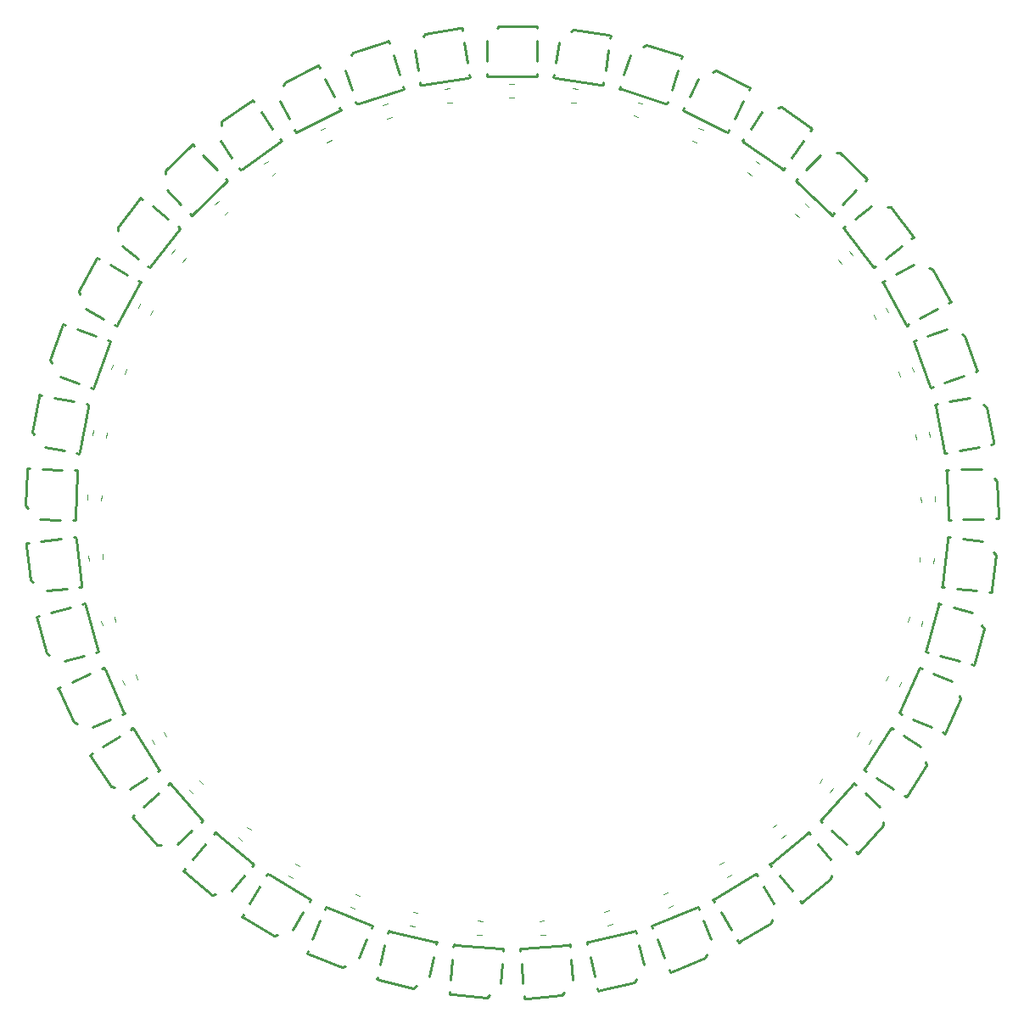
<source format=gto>
G04*
G04 #@! TF.GenerationSoftware,Altium Limited,Altium Designer,20.1.12 (249)*
G04*
G04 Layer_Color=65535*
%FSLAX25Y25*%
%MOIN*%
G70*
G04*
G04 #@! TF.SameCoordinates,7C2EAEED-1B34-4CDB-9279-0DCC4619808E*
G04*
G04*
G04 #@! TF.FilePolarity,Positive*
G04*
G01*
G75*
%ADD10C,0.01000*%
%ADD11C,0.00394*%
D10*
X-163465Y-55172D02*
X-162516Y-54912D01*
X-162777Y-53962D02*
X-162516Y-54912D01*
X-167476Y-36880D02*
X-162777Y-53962D01*
X-167737Y-35931D02*
X-167476Y-36880D01*
X-168686Y-36193D02*
X-167737Y-35931D01*
X-181023Y-39586D02*
X-173431Y-37498D01*
X-186717Y-41152D02*
X-185768Y-40891D01*
X-186717Y-41152D02*
X-186456Y-42101D01*
X-182802Y-55387D01*
X-175802Y-58566D02*
X-168210Y-56478D01*
X-182802Y-55387D02*
X-181591Y-56075D01*
X-9843Y171260D02*
Y172244D01*
Y171260D02*
X-8858D01*
X8858D01*
X9843D01*
Y172244D01*
Y177165D02*
Y185039D01*
Y189961D02*
Y190945D01*
X8858D02*
X9843D01*
X-4921D02*
X8858D01*
X-9843Y177165D02*
Y185039D01*
X-5906Y189961D02*
X-4921Y190945D01*
X-156042Y73593D02*
X-155177Y73123D01*
X-154707Y73987D01*
X-146248Y89554D01*
X-145778Y90419D01*
X-146643Y90889D02*
X-145778Y90419D01*
X-157886Y96998D02*
X-150967Y93239D01*
X-163074Y99818D02*
X-162209Y99348D01*
X-163544Y98953D02*
X-163074Y99818D01*
X-170124Y86845D02*
X-163544Y98953D01*
X-167284Y79702D02*
X-160366Y75942D01*
X-170124Y86845D02*
X-169729Y85511D01*
X-165446Y48912D02*
X-164520Y48579D01*
X-164188Y49506D01*
X-158204Y66181D01*
X-157871Y67108D01*
X-158798Y67440D02*
X-157871Y67108D01*
X-170841Y71762D02*
X-163430Y69102D01*
X-176400Y73756D02*
X-175473Y73424D01*
X-176732Y72830D02*
X-176400Y73756D01*
X-181386Y59860D02*
X-176732Y72830D01*
X-177490Y53233D02*
X-170079Y50574D01*
X-181386Y59860D02*
X-180792Y58601D01*
X-170974Y23085D02*
X-170007Y22898D01*
X-169820Y23864D01*
X-166452Y41257D01*
X-166265Y42224D01*
X-167231Y42411D02*
X-166265Y42224D01*
X-179793Y44843D02*
X-172063Y43346D01*
X-185591Y45966D02*
X-184625Y45779D01*
X-185778Y45000D02*
X-185591Y45966D01*
X-188398Y31472D02*
X-185778Y45000D01*
X-183536Y25517D02*
X-175805Y24020D01*
X-188398Y31472D02*
X-187619Y30318D01*
X-172494Y-3283D02*
X-171510Y-3321D01*
X-171473Y-2337D01*
X-170799Y15366D01*
X-170762Y16350D01*
X-171745Y16387D02*
X-170762Y16350D01*
X-184531Y16874D02*
X-176663Y16575D01*
X-190432Y17099D02*
X-189449Y17061D01*
X-190470Y16115D02*
X-190432Y17099D01*
X-190994Y2346D02*
X-190470Y16115D01*
X-185280Y-2797D02*
X-177411Y-3096D01*
X-190994Y2346D02*
X-190048Y1325D01*
X-169971Y-29574D02*
X-168994Y-29461D01*
X-169107Y-28484D02*
X-168994Y-29461D01*
X-171143Y-10885D02*
X-169107Y-28484D01*
X-171256Y-9907D02*
X-171143Y-10885D01*
X-172234Y-10020D02*
X-171256Y-9907D01*
X-184944Y-11491D02*
X-177122Y-10586D01*
X-190811Y-12169D02*
X-189833Y-12056D01*
X-190811Y-12169D02*
X-190698Y-13147D01*
X-189114Y-26835D01*
X-182682Y-31045D02*
X-174860Y-30140D01*
X-189114Y-26835D02*
X-188023Y-27700D01*
X-61407Y161227D02*
X-61110Y160289D01*
X-60171Y160586D01*
X-43282Y165937D01*
X-42344Y166234D01*
X-42641Y167172D02*
X-42344Y166234D01*
X-46506Y179370D02*
X-44128Y171864D01*
X-48290Y185000D02*
X-47992Y184062D01*
X-49228Y184703D02*
X-48290Y185000D01*
X-62364Y180541D02*
X-49228Y184703D01*
X-65272Y173424D02*
X-62893Y165918D01*
X-63005Y179305D02*
X-62364Y180541D01*
X-85297Y149964D02*
X-84860Y149082D01*
X-83978Y149519D01*
X-68104Y157386D01*
X-67222Y157823D01*
X-67659Y158705D02*
X-67222Y157823D01*
X-73340Y170169D02*
X-69844Y163114D01*
X-75962Y175461D02*
X-75525Y174579D01*
X-76844Y175024D02*
X-75962Y175461D01*
X-89191Y168906D02*
X-76844Y175024D01*
X-90978Y161429D02*
X-87482Y154374D01*
X-89636Y167587D02*
X-89191Y168906D01*
X-107188Y135187D02*
X-106622Y134382D01*
X-105817Y134949D01*
X-91329Y145146D01*
X-90524Y145712D01*
X-91091Y146517D02*
X-90524Y145712D01*
X-98456Y156981D02*
X-93923Y150542D01*
X-101855Y161810D02*
X-101288Y161005D01*
X-102659Y161243D02*
X-101855Y161810D01*
X-113928Y153312D02*
X-102659Y161243D01*
X-114553Y145650D02*
X-110021Y139211D01*
X-114166Y151941D02*
X-113928Y153312D01*
X-126567Y117242D02*
X-125885Y116533D01*
X-125176Y117216D01*
X-112414Y129505D01*
X-111705Y130187D01*
X-112388Y130896D02*
X-111705Y130187D01*
X-121264Y140113D02*
X-115802Y134441D01*
X-125360Y144367D02*
X-124677Y143658D01*
X-126069Y143684D02*
X-125360Y144367D01*
X-135994Y134126D02*
X-126069Y143684D01*
X-135443Y126458D02*
X-129981Y120786D01*
X-136021Y132734D02*
X-135994Y134126D01*
X-142980Y96548D02*
X-142197Y95952D01*
X-141601Y96735D01*
X-130865Y110828D01*
X-130268Y111611D01*
X-131051Y112207D02*
X-130268Y111611D01*
X-141229Y119961D02*
X-134966Y115190D01*
X-145927Y123540D02*
X-145144Y122943D01*
X-146524Y122757D02*
X-145927Y123540D01*
X-154874Y111796D02*
X-146524Y122757D01*
X-153158Y104302D02*
X-146895Y99531D01*
X-154874Y111796D02*
X-154687Y110416D01*
X-36078Y168711D02*
X-35927Y167738D01*
X-34954Y167889D01*
X-17446Y170599D01*
X-16474Y170750D01*
X-16624Y171722D02*
X-16474Y170750D01*
X-18582Y184367D02*
X-17377Y176586D01*
X-19485Y190203D02*
X-19335Y189230D01*
X-20458Y190052D02*
X-19485Y190203D01*
X-34075Y187944D02*
X-20458Y190052D01*
X-38035Y181355D02*
X-36830Y173574D01*
X-34897Y186821D02*
X-34075Y187944D01*
X166250Y42282D02*
X167216Y42469D01*
X166250Y42282D02*
X166437Y41315D01*
X169812Y23923D01*
X169999Y22957D01*
X170966Y23144D01*
X175797Y24082D02*
X183527Y25581D01*
X188358Y26519D02*
X189324Y26706D01*
X189137Y27672D02*
X189324Y26706D01*
X186512Y41200D02*
X189137Y27672D01*
X172047Y43406D02*
X179777Y44906D01*
X185358Y41978D02*
X186512Y41200D01*
X170756Y16409D02*
X171739Y16447D01*
X170756Y16409D02*
X170794Y15426D01*
X171474Y-2277D01*
X171511Y-3261D01*
X172495Y-3223D01*
X177413Y-3034D02*
X185281Y-2732D01*
X190198Y-2543D02*
X191182Y-2505D01*
X191144Y-1522D02*
X191182Y-2505D01*
X190615Y12248D02*
X191144Y-1522D01*
X176657Y16636D02*
X184525Y16939D01*
X189594Y13193D02*
X190615Y12248D01*
X90474Y145744D02*
X91040Y146549D01*
X90474Y145744D02*
X91279Y145178D01*
X105770Y134986D01*
X106575Y134420D01*
X107141Y135225D01*
X109972Y139250D02*
X114502Y145691D01*
X117333Y149716D02*
X117900Y150521D01*
X117095Y151087D02*
X117900Y150521D01*
X105824Y159014D02*
X117095Y151087D01*
X93871Y150575D02*
X98401Y157015D01*
X104452Y158775D02*
X105824Y159014D01*
X67167Y157846D02*
X67603Y158728D01*
X67167Y157846D02*
X68049Y157410D01*
X83926Y149549D01*
X84808Y149112D01*
X85245Y149994D01*
X87428Y154404D02*
X90922Y161461D01*
X93106Y165871D02*
X93542Y166753D01*
X92660Y167190D02*
X93542Y166753D01*
X80311Y173304D02*
X92660Y167190D01*
X69787Y163139D02*
X73281Y170195D01*
X78993Y172859D02*
X80311Y173304D01*
X42286Y166249D02*
X42583Y167187D01*
X42286Y166249D02*
X43224Y165952D01*
X60115Y160607D01*
X61054Y160310D01*
X61351Y161248D01*
X62835Y165940D02*
X65211Y173447D01*
X66696Y178139D02*
X66993Y179078D01*
X66054Y179375D02*
X66993Y179078D01*
X52917Y183532D02*
X66054Y179375D01*
X44068Y171879D02*
X46443Y179386D01*
X51682Y182890D02*
X52917Y183532D01*
X16414Y170756D02*
X16564Y171728D01*
X16414Y170756D02*
X17387Y170605D01*
X34896Y167901D01*
X35868Y167751D01*
X36019Y168723D01*
X36770Y173587D02*
X37972Y181369D01*
X38723Y186232D02*
X38873Y187205D01*
X37901Y187355D02*
X38873Y187205D01*
X24282Y189459D02*
X37901Y187355D01*
X17315Y176592D02*
X18517Y184373D01*
X23159Y188636D02*
X24282Y189459D01*
X157848Y67163D02*
X158774Y67495D01*
X157848Y67163D02*
X158181Y66236D01*
X164170Y49563D01*
X164503Y48637D01*
X165429Y48970D01*
X170061Y50633D02*
X177471Y53295D01*
X182103Y54959D02*
X183029Y55292D01*
X182696Y56218D02*
X183029Y55292D01*
X178038Y69186D02*
X182696Y56218D01*
X163406Y69159D02*
X170816Y71821D01*
X176779Y69780D02*
X178038Y69186D01*
X145747Y90470D02*
X146611Y90940D01*
X145747Y90470D02*
X146217Y89605D01*
X154681Y74041D01*
X155151Y73177D01*
X156016Y73647D01*
X160339Y75998D02*
X167257Y79760D01*
X171580Y82111D02*
X172444Y82582D01*
X171974Y83446D02*
X172444Y82582D01*
X165391Y95551D02*
X171974Y83446D01*
X150934Y93291D02*
X157852Y97053D01*
X164056Y95946D02*
X165391Y95551D01*
X130229Y111656D02*
X131012Y112253D01*
X130229Y111656D02*
X130826Y110874D01*
X141567Y96784D01*
X142164Y96002D01*
X142946Y96598D01*
X146860Y99582D02*
X153122Y104356D01*
X157036Y107339D02*
X157818Y107936D01*
X157222Y108719D02*
X157818Y107936D01*
X148868Y119677D02*
X157222Y108719D01*
X134926Y115237D02*
X141188Y120010D01*
X147488Y119863D02*
X148868Y119677D01*
X111660Y130226D02*
X112342Y130936D01*
X111660Y130226D02*
X112369Y129544D01*
X125135Y117259D01*
X125844Y116577D01*
X126526Y117286D01*
X129939Y120832D02*
X135399Y126505D01*
X138811Y130052D02*
X139494Y130761D01*
X138784Y131443D02*
X139494Y130761D01*
X128856Y140998D02*
X138784Y131443D01*
X115755Y134482D02*
X121215Y140155D01*
X127464Y140971D02*
X128856Y140998D01*
X149110Y-84812D02*
X149936Y-85347D01*
X148575Y-85638D02*
X149110Y-84812D01*
X138946Y-100510D02*
X148575Y-85638D01*
X138412Y-101336D02*
X138946Y-100510D01*
X138412Y-101336D02*
X139238Y-101871D01*
X143369Y-104546D02*
X149978Y-108825D01*
X154110Y-111500D02*
X154936Y-112034D01*
X155471Y-111208D01*
X162959Y-99641D01*
X154067Y-88021D02*
X160677Y-92301D01*
X162668Y-98280D02*
X162959Y-99641D01*
X160308Y-61058D02*
X161206Y-61461D01*
X159906Y-61956D02*
X160308Y-61058D01*
X152660Y-78123D02*
X159906Y-61956D01*
X152258Y-79022D02*
X152660Y-78123D01*
X152258Y-79022D02*
X153156Y-79424D01*
X157647Y-81437D02*
X164832Y-84657D01*
X169323Y-86669D02*
X170221Y-87072D01*
X170624Y-86174D01*
X176259Y-73599D01*
X165697Y-63473D02*
X172883Y-66693D01*
X175763Y-72299D02*
X176259Y-73599D01*
X167750Y-35873D02*
X168699Y-36134D01*
X167489Y-36822D02*
X167750Y-35873D01*
X162796Y-53906D02*
X167489Y-36822D01*
X162535Y-54855D02*
X162796Y-53906D01*
X162535Y-54855D02*
X163485Y-55115D01*
X168230Y-56419D02*
X175823Y-58505D01*
X180568Y-59808D02*
X181517Y-60069D01*
X181778Y-59120D01*
X185428Y-45833D01*
X173444Y-37437D02*
X181037Y-39523D01*
X184740Y-44623D02*
X185428Y-45833D01*
X171260Y-9847D02*
X172237Y-9960D01*
X171147Y-10825D02*
X171260Y-9847D01*
X169117Y-28425D02*
X171147Y-10825D01*
X169004Y-29402D02*
X169117Y-28425D01*
X169004Y-29402D02*
X169982Y-29515D01*
X174871Y-30079D02*
X182693Y-30981D01*
X187582Y-31545D02*
X188559Y-31658D01*
X188672Y-30680D01*
X190251Y-16992D01*
X177126Y-10524D02*
X184948Y-11426D01*
X189386Y-15901D02*
X190251Y-16992D01*
X48632Y-164504D02*
X48857Y-165463D01*
X47674Y-164729D02*
X48632Y-164504D01*
X30424Y-168768D02*
X47674Y-164729D01*
X29466Y-168993D02*
X30424Y-168768D01*
X29466Y-168993D02*
X29690Y-169951D01*
X30812Y-174743D02*
X32608Y-182409D01*
X33730Y-187201D02*
X33954Y-188159D01*
X34913Y-187935D01*
X48329Y-184793D01*
X49979Y-170254D02*
X51774Y-177921D01*
X48329Y-184793D02*
X49063Y-183610D01*
X73173Y-155153D02*
X73541Y-156066D01*
X72260Y-155522D02*
X73173Y-155153D01*
X55829Y-162147D02*
X72260Y-155522D01*
X54916Y-162515D02*
X55829Y-162147D01*
X54916Y-162515D02*
X55284Y-163428D01*
X57124Y-167992D02*
X60069Y-175295D01*
X61909Y-179859D02*
X62277Y-180772D01*
X63190Y-180403D01*
X75970Y-175251D01*
X75381Y-160630D02*
X78326Y-167933D01*
X75970Y-175251D02*
X76515Y-173970D01*
X95998Y-142166D02*
X96501Y-143012D01*
X95152Y-142669D02*
X95998Y-142166D01*
X79925Y-151725D02*
X95152Y-142669D01*
X79079Y-152228D02*
X79925Y-151725D01*
X79079Y-152228D02*
X79582Y-153074D01*
X82097Y-157304D02*
X86122Y-164072D01*
X88638Y-168301D02*
X89140Y-169147D01*
X89986Y-168644D01*
X101830Y-161601D01*
X99016Y-147242D02*
X103041Y-154010D01*
X101830Y-161601D02*
X102173Y-160252D01*
X116573Y-125847D02*
X117200Y-126606D01*
X115814Y-126473D02*
X116573Y-125847D01*
X102147Y-137747D02*
X115814Y-126473D01*
X101388Y-138373D02*
X102147Y-137747D01*
X101388Y-138373D02*
X102015Y-139133D01*
X105146Y-142929D02*
X110157Y-149003D01*
X113288Y-152799D02*
X113915Y-153559D01*
X114674Y-152932D01*
X125304Y-144164D01*
X120331Y-130403D02*
X125342Y-136477D01*
X125304Y-144164D02*
X125436Y-142778D01*
X134417Y-106578D02*
X135152Y-107233D01*
X133762Y-107313D02*
X134417Y-106578D01*
X121976Y-120541D02*
X133762Y-107313D01*
X121322Y-121276D02*
X121976Y-120541D01*
X121322Y-121276D02*
X122056Y-121931D01*
X125731Y-125205D02*
X131610Y-130443D01*
X135284Y-133716D02*
X136019Y-134371D01*
X136674Y-133636D01*
X145841Y-123348D01*
X138826Y-110507D02*
X144705Y-115745D01*
X145760Y-121958D02*
X145841Y-123348D01*
X-79528Y-153102D02*
X-79026Y-152256D01*
X-79872Y-151753D02*
X-79026Y-152256D01*
X-95102Y-142702D02*
X-79872Y-151753D01*
X-95948Y-142200D02*
X-95102Y-142702D01*
X-96451Y-143046D02*
X-95948Y-142200D01*
X-102987Y-154046D02*
X-98965Y-147276D01*
X-106004Y-159122D02*
X-105501Y-158276D01*
X-106004Y-159122D02*
X-105158Y-159625D01*
X-93312Y-166664D01*
X-86065Y-164102D02*
X-82042Y-157332D01*
X-93312Y-166664D02*
X-91963Y-166321D01*
X-55227Y-163447D02*
X-54859Y-162534D01*
X-55772Y-162166D02*
X-54859Y-162534D01*
X-72206Y-155547D02*
X-55772Y-162166D01*
X-73118Y-155179D02*
X-72206Y-155547D01*
X-73486Y-156092D02*
X-73118Y-155179D01*
X-78267Y-167961D02*
X-75325Y-160657D01*
X-80474Y-173438D02*
X-80106Y-172525D01*
X-80474Y-173438D02*
X-79561Y-173806D01*
X-66779Y-178955D01*
X-60008Y-175315D02*
X-57066Y-168012D01*
X-66779Y-178955D02*
X-65498Y-178409D01*
X-29631Y-169962D02*
X-29407Y-169003D01*
X-30365Y-168779D02*
X-29407Y-169003D01*
X-47617Y-164745D02*
X-30365Y-168779D01*
X-48575Y-164521D02*
X-47617Y-164745D01*
X-48799Y-165480D02*
X-48575Y-164521D01*
X-51712Y-177939D02*
X-49920Y-170272D01*
X-53057Y-183689D02*
X-52833Y-182731D01*
X-53057Y-183689D02*
X-52098Y-183914D01*
X-38681Y-187051D01*
X-32544Y-182421D02*
X-30751Y-174753D01*
X-38681Y-187051D02*
X-37498Y-186316D01*
X-3341Y-172493D02*
X-3266Y-171511D01*
X-4247Y-171436D02*
X-3266Y-171511D01*
X-21912Y-170083D02*
X-4247Y-171436D01*
X-22893Y-170008D02*
X-21912Y-170083D01*
X-22968Y-170989D02*
X-22893Y-170008D01*
X-23945Y-183747D02*
X-23344Y-175896D01*
X-24396Y-189636D02*
X-24321Y-188654D01*
X-24396Y-189636D02*
X-23415Y-189711D01*
X-9676Y-190763D01*
X-4318Y-185251D02*
X-3717Y-177400D01*
X-9676Y-190763D02*
X-8619Y-189857D01*
X22952Y-170000D02*
X23028Y-170981D01*
X21971Y-170076D02*
X22952Y-170000D01*
X4307Y-171435D02*
X21971Y-170076D01*
X3325Y-171510D02*
X4307Y-171435D01*
X3325Y-171510D02*
X3401Y-172492D01*
X3778Y-177398D02*
X4383Y-185249D01*
X4760Y-190156D02*
X4836Y-191137D01*
X5817Y-191062D01*
X19556Y-190005D01*
X23405Y-175888D02*
X24010Y-183739D01*
X19556Y-190005D02*
X20462Y-188948D01*
X-153128Y-79478D02*
X-152230Y-79075D01*
X-152633Y-78177D02*
X-152230Y-79075D01*
X-159884Y-62012D02*
X-152633Y-78177D01*
X-160287Y-61114D02*
X-159884Y-62012D01*
X-161185Y-61517D02*
X-160287Y-61114D01*
X-172860Y-66754D02*
X-165675Y-63531D01*
X-178248Y-69171D02*
X-177350Y-68768D01*
X-178248Y-69171D02*
X-177845Y-70069D01*
X-172205Y-82641D01*
X-164803Y-84714D02*
X-157618Y-81492D01*
X-172205Y-82641D02*
X-170904Y-83136D01*
X-139202Y-101920D02*
X-138376Y-101385D01*
X-138911Y-100559D02*
X-138376Y-101385D01*
X-148545Y-85690D02*
X-138911Y-100559D01*
X-149080Y-84864D02*
X-148545Y-85690D01*
X-149906Y-85399D02*
X-149080Y-84864D01*
X-160644Y-92357D02*
X-154036Y-88075D01*
X-165601Y-95568D02*
X-164775Y-95033D01*
X-165601Y-95568D02*
X-165066Y-96394D01*
X-157573Y-107958D01*
X-149941Y-108877D02*
X-143332Y-104596D01*
X-157573Y-107958D02*
X-156211Y-108249D01*
X-122014Y-121973D02*
X-121279Y-121318D01*
X-121934Y-120584D02*
X-121279Y-121318D01*
X-133724Y-107360D02*
X-121934Y-120584D01*
X-134379Y-106625D02*
X-133724Y-107360D01*
X-135114Y-107280D02*
X-134379Y-106625D01*
X-144665Y-115796D02*
X-138787Y-110555D01*
X-149073Y-119726D02*
X-148338Y-119071D01*
X-149073Y-119726D02*
X-148417Y-120460D01*
X-139247Y-130745D01*
X-131564Y-130489D02*
X-125687Y-125249D01*
X-139247Y-130745D02*
X-137858Y-130825D01*
X-101966Y-139168D02*
X-101340Y-138409D01*
X-102099Y-137783D02*
X-101340Y-138409D01*
X-115770Y-126514D02*
X-102099Y-137783D01*
X-116529Y-125888D02*
X-115770Y-126514D01*
X-117155Y-126647D02*
X-116529Y-125888D01*
X-125294Y-136520D02*
X-120286Y-130445D01*
X-129051Y-141077D02*
X-128425Y-140318D01*
X-129051Y-141077D02*
X-128291Y-141703D01*
X-117658Y-150468D01*
X-110105Y-149041D02*
X-105096Y-142966D01*
X-117658Y-150468D02*
X-116273Y-150335D01*
D11*
X-146873Y79986D02*
X-145933Y81715D01*
X-142030Y77354D02*
X-141090Y79084D01*
X-157413Y56042D02*
X-156748Y57894D01*
X-152225Y54180D02*
X-151560Y56033D01*
X-164885Y30096D02*
X-164511Y32029D01*
X-159474Y29048D02*
X-159100Y30981D01*
X-166790Y4661D02*
X-166715Y6628D01*
X-161282Y4451D02*
X-161207Y6418D01*
X-166355Y-17300D02*
X-166129Y-19255D01*
X-160880Y-16666D02*
X-160654Y-18622D01*
X-50733Y159842D02*
X-48857Y160436D01*
X-49068Y154587D02*
X-47192Y155182D01*
X-75070Y150050D02*
X-73307Y150924D01*
X-72623Y145111D02*
X-70859Y145985D01*
X-97359Y136710D02*
X-95749Y137843D01*
X-94186Y132202D02*
X-92577Y133335D01*
X-116592Y120830D02*
X-115174Y122195D01*
X-112769Y116859D02*
X-111351Y118225D01*
X-133765Y101418D02*
X-132572Y102984D01*
X-129380Y98078D02*
X-128187Y99644D01*
X-26355Y166079D02*
X-24410Y166380D01*
X-25512Y160632D02*
X-23567Y160933D01*
X95813Y137798D02*
X97423Y136665D01*
X92642Y133289D02*
X94252Y132157D01*
X73376Y150889D02*
X75140Y150016D01*
X70930Y145949D02*
X72695Y145076D01*
X49431Y160913D02*
X51307Y160319D01*
X47768Y155658D02*
X49645Y155064D01*
X23987Y166368D02*
X25932Y166067D01*
X23145Y160921D02*
X25091Y160620D01*
X-945Y168256D02*
X1024D01*
X-945Y162744D02*
X1024D01*
X164025Y31453D02*
X164400Y29520D01*
X158615Y30403D02*
X158990Y28470D01*
X157274Y56821D02*
X157940Y54968D01*
X152087Y54957D02*
X152752Y53105D01*
X146970Y80147D02*
X147910Y78417D01*
X142128Y77513D02*
X143068Y75784D01*
X132619Y102422D02*
X133812Y100857D01*
X128235Y99081D02*
X129429Y97515D01*
X115230Y121141D02*
X116648Y119776D01*
X111408Y117169D02*
X112827Y115804D01*
X140257Y-91357D02*
X141327Y-89705D01*
X135630Y-88362D02*
X136700Y-86709D01*
X152096Y-68561D02*
X152901Y-66765D01*
X147066Y-66307D02*
X147871Y-64511D01*
X160886Y-44717D02*
X161408Y-42819D01*
X155571Y-43257D02*
X156093Y-41359D01*
X165621Y-20333D02*
X165846Y-18377D01*
X160145Y-19701D02*
X160371Y-17745D01*
X166218Y6050D02*
X166293Y4083D01*
X160710Y5838D02*
X160785Y3871D01*
X37632Y-162417D02*
X39548Y-161968D01*
X36375Y-157050D02*
X38292Y-156601D01*
X61581Y-155439D02*
X63407Y-154703D01*
X59520Y-150327D02*
X61346Y-149591D01*
X84529Y-143392D02*
X86221Y-142386D01*
X81712Y-138654D02*
X83403Y-137648D01*
X105964Y-128277D02*
X107483Y-127025D01*
X102457Y-124025D02*
X103975Y-122773D01*
X124877Y-110098D02*
X126186Y-108628D01*
X120761Y-106431D02*
X122071Y-104961D01*
X-87788Y-142846D02*
X-86096Y-143852D01*
X-84972Y-138108D02*
X-83280Y-139113D01*
X-63479Y-155174D02*
X-61653Y-155909D01*
X-61420Y-150061D02*
X-59594Y-150797D01*
X-40124Y-162451D02*
X-38207Y-162899D01*
X-38869Y-157083D02*
X-36952Y-157532D01*
X-13731Y-166170D02*
X-11768Y-166320D01*
X-13310Y-160674D02*
X-11347Y-160824D01*
X11191Y-166326D02*
X13153Y-166175D01*
X10768Y-160831D02*
X12731Y-160680D01*
X-161429Y-42744D02*
X-160907Y-44642D01*
X-156114Y-41282D02*
X-155592Y-43180D01*
X-152934Y-66194D02*
X-152128Y-67990D01*
X-147904Y-63938D02*
X-147099Y-65734D01*
X-141369Y-89640D02*
X-140299Y-91291D01*
X-136744Y-86642D02*
X-135673Y-88294D01*
X-126738Y-109070D02*
X-125428Y-110539D01*
X-122624Y-105402D02*
X-121314Y-106871D01*
X-107543Y-127975D02*
X-106024Y-129227D01*
X-104037Y-123722D02*
X-102518Y-124975D01*
M02*

</source>
